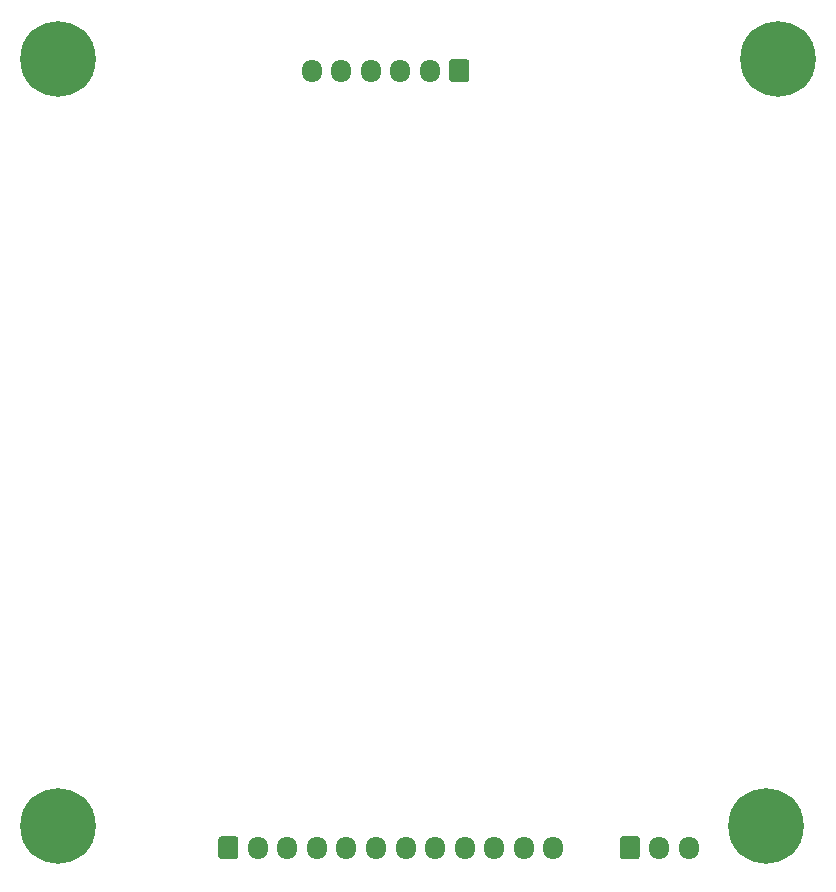
<source format=gbs>
%TF.GenerationSoftware,KiCad,Pcbnew,5.1.10*%
%TF.CreationDate,2021-07-08T07:49:19-06:00*%
%TF.ProjectId,miata-underglow,6d696174-612d-4756-9e64-6572676c6f77,rev?*%
%TF.SameCoordinates,Original*%
%TF.FileFunction,Soldermask,Bot*%
%TF.FilePolarity,Negative*%
%FSLAX46Y46*%
G04 Gerber Fmt 4.6, Leading zero omitted, Abs format (unit mm)*
G04 Created by KiCad (PCBNEW 5.1.10) date 2021-07-08 07:49:19*
%MOMM*%
%LPD*%
G01*
G04 APERTURE LIST*
%ADD10C,0.800000*%
%ADD11C,6.400000*%
%ADD12O,1.700000X1.950000*%
G04 APERTURE END LIST*
D10*
X86697056Y-88302944D03*
X85000000Y-87600000D03*
X83302944Y-88302944D03*
X82600000Y-90000000D03*
X83302944Y-91697056D03*
X85000000Y-92400000D03*
X86697056Y-91697056D03*
X87400000Y-90000000D03*
D11*
X85000000Y-90000000D03*
D10*
X26697056Y-88302944D03*
X25000000Y-87600000D03*
X23302944Y-88302944D03*
X22600000Y-90000000D03*
X23302944Y-91697056D03*
X25000000Y-92400000D03*
X26697056Y-91697056D03*
X27400000Y-90000000D03*
D11*
X25000000Y-90000000D03*
D10*
X87697056Y-23302944D03*
X86000000Y-22600000D03*
X84302944Y-23302944D03*
X83600000Y-25000000D03*
X84302944Y-26697056D03*
X86000000Y-27400000D03*
X87697056Y-26697056D03*
X88400000Y-25000000D03*
D11*
X86000000Y-25000000D03*
D10*
X26697056Y-23302944D03*
X25000000Y-22600000D03*
X23302944Y-23302944D03*
X22600000Y-25000000D03*
X23302944Y-26697056D03*
X25000000Y-27400000D03*
X26697056Y-26697056D03*
X27400000Y-25000000D03*
D11*
X25000000Y-25000000D03*
G36*
G01*
X59850000Y-25275000D02*
X59850000Y-26725000D01*
G75*
G02*
X59600000Y-26975000I-250000J0D01*
G01*
X58400000Y-26975000D01*
G75*
G02*
X58150000Y-26725000I0J250000D01*
G01*
X58150000Y-25275000D01*
G75*
G02*
X58400000Y-25025000I250000J0D01*
G01*
X59600000Y-25025000D01*
G75*
G02*
X59850000Y-25275000I0J-250000D01*
G01*
G37*
D12*
X56500000Y-26000000D03*
X54000000Y-26000000D03*
X51500000Y-26000000D03*
X49000000Y-26000000D03*
X46500000Y-26000000D03*
G36*
G01*
X38600000Y-92525000D02*
X38600000Y-91075000D01*
G75*
G02*
X38850000Y-90825000I250000J0D01*
G01*
X40050000Y-90825000D01*
G75*
G02*
X40300000Y-91075000I0J-250000D01*
G01*
X40300000Y-92525000D01*
G75*
G02*
X40050000Y-92775000I-250000J0D01*
G01*
X38850000Y-92775000D01*
G75*
G02*
X38600000Y-92525000I0J250000D01*
G01*
G37*
X41950000Y-91800000D03*
X44450000Y-91800000D03*
X46950000Y-91800000D03*
X49450000Y-91800000D03*
X51950000Y-91800000D03*
X54450000Y-91800000D03*
X56950000Y-91800000D03*
X59450000Y-91800000D03*
X61950000Y-91800000D03*
X64450000Y-91800000D03*
X66950000Y-91800000D03*
G36*
G01*
X72600000Y-92525000D02*
X72600000Y-91075000D01*
G75*
G02*
X72850000Y-90825000I250000J0D01*
G01*
X74050000Y-90825000D01*
G75*
G02*
X74300000Y-91075000I0J-250000D01*
G01*
X74300000Y-92525000D01*
G75*
G02*
X74050000Y-92775000I-250000J0D01*
G01*
X72850000Y-92775000D01*
G75*
G02*
X72600000Y-92525000I0J250000D01*
G01*
G37*
X75950000Y-91800000D03*
X78450000Y-91800000D03*
M02*

</source>
